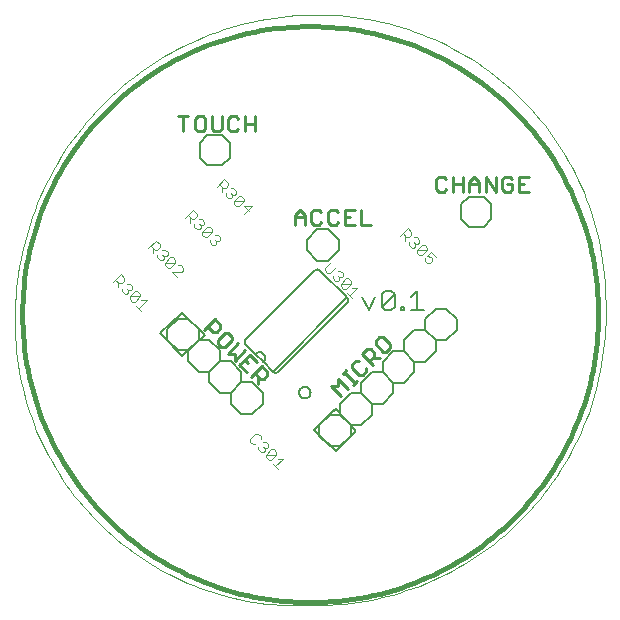
<source format=gto>
G75*
%MOIN*%
%OFA0B0*%
%FSLAX24Y24*%
%IPPOS*%
%LPD*%
%AMOC8*
5,1,8,0,0,1.08239X$1,22.5*
%
%ADD10C,0.0000*%
%ADD11C,0.0160*%
%ADD12C,0.0100*%
%ADD13C,0.0080*%
%ADD14C,0.0040*%
%ADD15C,0.0060*%
D10*
X009172Y000100D02*
X010109Y000100D01*
X009172Y000100D02*
X008944Y000112D01*
X008716Y000130D01*
X008488Y000153D01*
X008261Y000182D01*
X008035Y000216D01*
X007810Y000255D01*
X007586Y000300D01*
X007363Y000351D01*
X007141Y000407D01*
X006921Y000468D01*
X006702Y000534D01*
X006485Y000606D01*
X006270Y000683D01*
X006056Y000765D01*
X005845Y000852D01*
X005636Y000945D01*
X005429Y001042D01*
X005225Y001144D01*
X005023Y001252D01*
X004823Y001364D01*
X004627Y001480D01*
X004433Y001602D01*
X004243Y001728D01*
X004055Y001859D01*
X003871Y001994D01*
X003690Y002134D01*
X003512Y002278D01*
X003338Y002426D01*
X003168Y002579D01*
X003001Y002735D01*
X002838Y002896D01*
X002679Y003060D01*
X002525Y003228D01*
X002374Y003400D01*
X002227Y003576D01*
X002085Y003755D01*
X001947Y003937D01*
X001814Y004123D01*
X001685Y004312D01*
X001560Y004503D01*
X001441Y004698D01*
X001326Y004896D01*
X001216Y005096D01*
X001110Y005299D01*
X001010Y005505D01*
X000915Y005712D01*
X000824Y005922D01*
X000739Y006135D01*
X000659Y006349D01*
X000584Y006565D01*
X000515Y006783D01*
X000450Y007002D01*
X000391Y007223D01*
X000338Y007445D01*
X000290Y007669D01*
X000247Y007893D01*
X000209Y008119D01*
X000177Y008345D01*
X000151Y008572D01*
X000130Y008800D01*
X000115Y009028D01*
X000105Y009256D01*
X000100Y009485D01*
X000101Y009714D01*
X000108Y009942D01*
X010110Y000100D02*
X010348Y000103D01*
X010585Y000112D01*
X010822Y000127D01*
X011059Y000148D01*
X011295Y000174D01*
X011530Y000206D01*
X011765Y000244D01*
X011998Y000288D01*
X012231Y000337D01*
X012462Y000392D01*
X012692Y000453D01*
X012920Y000519D01*
X013146Y000591D01*
X013371Y000669D01*
X013594Y000752D01*
X013814Y000840D01*
X014033Y000934D01*
X014249Y001033D01*
X014462Y001137D01*
X014673Y001247D01*
X014881Y001361D01*
X015086Y001481D01*
X015288Y001606D01*
X015488Y001735D01*
X015683Y001870D01*
X015876Y002009D01*
X016065Y002153D01*
X016251Y002302D01*
X016432Y002455D01*
X016610Y002612D01*
X016784Y002774D01*
X016954Y002940D01*
X017120Y003110D01*
X017282Y003284D01*
X017440Y003462D01*
X017593Y003644D01*
X017741Y003829D01*
X017885Y004018D01*
X018024Y004211D01*
X018159Y004407D01*
X018288Y004606D01*
X018413Y004808D01*
X018533Y005013D01*
X018647Y005221D01*
X018757Y005432D01*
X018861Y005646D01*
X018960Y005862D01*
X019054Y006080D01*
X019142Y006301D01*
X019225Y006523D01*
X019303Y006748D01*
X019375Y006974D01*
X019441Y007202D01*
X019502Y007432D01*
X019557Y007663D01*
X019606Y007896D01*
X019650Y008129D01*
X019688Y008364D01*
X019720Y008599D01*
X019746Y008835D01*
X019767Y009072D01*
X019782Y009309D01*
X019791Y009547D01*
X019794Y009784D01*
X019793Y009784D02*
X019793Y010184D01*
X019790Y010420D01*
X019781Y010655D01*
X019767Y010890D01*
X019747Y011125D01*
X019721Y011359D01*
X019689Y011593D01*
X019652Y011825D01*
X019609Y012057D01*
X019560Y012288D01*
X019505Y012517D01*
X019445Y012745D01*
X019380Y012971D01*
X019308Y013196D01*
X019232Y013418D01*
X019150Y013639D01*
X019062Y013858D01*
X018969Y014075D01*
X018871Y014289D01*
X018768Y014501D01*
X018659Y014710D01*
X018546Y014916D01*
X018427Y015120D01*
X018303Y015321D01*
X018175Y015518D01*
X018042Y015712D01*
X017904Y015903D01*
X017761Y016091D01*
X017614Y016275D01*
X017462Y016455D01*
X017306Y016632D01*
X017145Y016804D01*
X016981Y016973D01*
X016812Y017137D01*
X016640Y017298D01*
X016463Y017454D01*
X016283Y017606D01*
X016099Y017753D01*
X015911Y017896D01*
X015720Y018034D01*
X015526Y018167D01*
X015329Y018295D01*
X015128Y018419D01*
X014924Y018538D01*
X014718Y018651D01*
X014509Y018760D01*
X014297Y018863D01*
X014083Y018961D01*
X013866Y019054D01*
X013647Y019142D01*
X013426Y019224D01*
X013204Y019300D01*
X012979Y019372D01*
X012753Y019437D01*
X012525Y019497D01*
X012296Y019552D01*
X012065Y019601D01*
X011833Y019644D01*
X011601Y019681D01*
X011367Y019713D01*
X011133Y019739D01*
X010898Y019759D01*
X010663Y019773D01*
X010428Y019782D01*
X010192Y019785D01*
X010191Y019785D02*
X009948Y019782D01*
X009704Y019773D01*
X009461Y019759D01*
X009218Y019738D01*
X008976Y019712D01*
X008734Y019679D01*
X008493Y019641D01*
X008254Y019597D01*
X008015Y019548D01*
X007778Y019492D01*
X007542Y019431D01*
X007307Y019364D01*
X007074Y019292D01*
X006844Y019214D01*
X006615Y019130D01*
X006388Y019041D01*
X006163Y018946D01*
X005941Y018846D01*
X005721Y018741D01*
X005504Y018630D01*
X005289Y018514D01*
X005078Y018393D01*
X004869Y018267D01*
X004664Y018136D01*
X004461Y018000D01*
X004262Y017859D01*
X004067Y017713D01*
X003875Y017563D01*
X003687Y017408D01*
X003503Y017249D01*
X003322Y017085D01*
X003146Y016917D01*
X002973Y016745D01*
X002805Y016568D01*
X002641Y016388D01*
X002482Y016203D01*
X002327Y016015D01*
X002177Y015823D01*
X002031Y015628D01*
X001890Y015429D01*
X001754Y015226D01*
X001623Y015021D01*
X001497Y014812D01*
X001376Y014601D01*
X001260Y014386D01*
X001149Y014169D01*
X001044Y013949D01*
X000944Y013727D01*
X000849Y013502D01*
X000760Y013276D01*
X000676Y013047D01*
X000598Y012816D01*
X000526Y012583D01*
X000459Y012349D01*
X000398Y012113D01*
X000342Y011875D01*
X000293Y011637D01*
X000249Y011397D01*
X000211Y011156D01*
X000178Y010914D01*
X000152Y010672D01*
X000131Y010429D01*
X000117Y010186D01*
X000108Y009942D01*
D11*
X000347Y009801D02*
X000350Y010037D01*
X000359Y010272D01*
X000373Y010507D01*
X000393Y010742D01*
X000419Y010976D01*
X000451Y011210D01*
X000488Y011442D01*
X000531Y011674D01*
X000580Y011904D01*
X000635Y012134D01*
X000695Y012361D01*
X000760Y012588D01*
X000832Y012812D01*
X000908Y013035D01*
X000990Y013256D01*
X001078Y013475D01*
X001171Y013691D01*
X001269Y013906D01*
X001372Y014117D01*
X001481Y014326D01*
X001594Y014533D01*
X001713Y014736D01*
X001836Y014937D01*
X001965Y015134D01*
X002098Y015329D01*
X002236Y015520D01*
X002379Y015707D01*
X002526Y015891D01*
X002678Y016071D01*
X002834Y016248D01*
X002994Y016421D01*
X003159Y016589D01*
X003327Y016754D01*
X003500Y016914D01*
X003677Y017070D01*
X003857Y017222D01*
X004041Y017369D01*
X004228Y017512D01*
X004419Y017650D01*
X004614Y017783D01*
X004811Y017912D01*
X005012Y018035D01*
X005215Y018154D01*
X005422Y018267D01*
X005631Y018376D01*
X005842Y018479D01*
X006057Y018577D01*
X006273Y018670D01*
X006492Y018758D01*
X006713Y018840D01*
X006936Y018916D01*
X007160Y018988D01*
X007387Y019053D01*
X007614Y019113D01*
X007844Y019168D01*
X008074Y019217D01*
X008306Y019260D01*
X008538Y019297D01*
X008772Y019329D01*
X009006Y019355D01*
X009241Y019375D01*
X009476Y019389D01*
X009711Y019398D01*
X009947Y019401D01*
X010183Y019398D01*
X010418Y019389D01*
X010653Y019375D01*
X010888Y019355D01*
X011122Y019329D01*
X011356Y019297D01*
X011588Y019260D01*
X011820Y019217D01*
X012050Y019168D01*
X012280Y019113D01*
X012507Y019053D01*
X012734Y018988D01*
X012958Y018916D01*
X013181Y018840D01*
X013402Y018758D01*
X013621Y018670D01*
X013837Y018577D01*
X014052Y018479D01*
X014263Y018376D01*
X014472Y018267D01*
X014679Y018154D01*
X014882Y018035D01*
X015083Y017912D01*
X015280Y017783D01*
X015475Y017650D01*
X015666Y017512D01*
X015853Y017369D01*
X016037Y017222D01*
X016217Y017070D01*
X016394Y016914D01*
X016567Y016754D01*
X016735Y016589D01*
X016900Y016421D01*
X017060Y016248D01*
X017216Y016071D01*
X017368Y015891D01*
X017515Y015707D01*
X017658Y015520D01*
X017796Y015329D01*
X017929Y015134D01*
X018058Y014937D01*
X018181Y014736D01*
X018300Y014533D01*
X018413Y014326D01*
X018522Y014117D01*
X018625Y013906D01*
X018723Y013691D01*
X018816Y013475D01*
X018904Y013256D01*
X018986Y013035D01*
X019062Y012812D01*
X019134Y012588D01*
X019199Y012361D01*
X019259Y012134D01*
X019314Y011904D01*
X019363Y011674D01*
X019406Y011442D01*
X019443Y011210D01*
X019475Y010976D01*
X019501Y010742D01*
X019521Y010507D01*
X019535Y010272D01*
X019544Y010037D01*
X019547Y009801D01*
X019544Y009565D01*
X019535Y009330D01*
X019521Y009095D01*
X019501Y008860D01*
X019475Y008626D01*
X019443Y008392D01*
X019406Y008160D01*
X019363Y007928D01*
X019314Y007698D01*
X019259Y007468D01*
X019199Y007241D01*
X019134Y007014D01*
X019062Y006790D01*
X018986Y006567D01*
X018904Y006346D01*
X018816Y006127D01*
X018723Y005911D01*
X018625Y005696D01*
X018522Y005485D01*
X018413Y005276D01*
X018300Y005069D01*
X018181Y004866D01*
X018058Y004665D01*
X017929Y004468D01*
X017796Y004273D01*
X017658Y004082D01*
X017515Y003895D01*
X017368Y003711D01*
X017216Y003531D01*
X017060Y003354D01*
X016900Y003181D01*
X016735Y003013D01*
X016567Y002848D01*
X016394Y002688D01*
X016217Y002532D01*
X016037Y002380D01*
X015853Y002233D01*
X015666Y002090D01*
X015475Y001952D01*
X015280Y001819D01*
X015083Y001690D01*
X014882Y001567D01*
X014679Y001448D01*
X014472Y001335D01*
X014263Y001226D01*
X014052Y001123D01*
X013837Y001025D01*
X013621Y000932D01*
X013402Y000844D01*
X013181Y000762D01*
X012958Y000686D01*
X012734Y000614D01*
X012507Y000549D01*
X012280Y000489D01*
X012050Y000434D01*
X011820Y000385D01*
X011588Y000342D01*
X011356Y000305D01*
X011122Y000273D01*
X010888Y000247D01*
X010653Y000227D01*
X010418Y000213D01*
X010183Y000204D01*
X009947Y000201D01*
X009711Y000204D01*
X009476Y000213D01*
X009241Y000227D01*
X009006Y000247D01*
X008772Y000273D01*
X008538Y000305D01*
X008306Y000342D01*
X008074Y000385D01*
X007844Y000434D01*
X007614Y000489D01*
X007387Y000549D01*
X007160Y000614D01*
X006936Y000686D01*
X006713Y000762D01*
X006492Y000844D01*
X006273Y000932D01*
X006057Y001025D01*
X005842Y001123D01*
X005631Y001226D01*
X005422Y001335D01*
X005215Y001448D01*
X005012Y001567D01*
X004811Y001690D01*
X004614Y001819D01*
X004419Y001952D01*
X004228Y002090D01*
X004041Y002233D01*
X003857Y002380D01*
X003677Y002532D01*
X003500Y002688D01*
X003327Y002848D01*
X003159Y003013D01*
X002994Y003181D01*
X002834Y003354D01*
X002678Y003531D01*
X002526Y003711D01*
X002379Y003895D01*
X002236Y004082D01*
X002098Y004273D01*
X001965Y004468D01*
X001836Y004665D01*
X001713Y004866D01*
X001594Y005069D01*
X001481Y005276D01*
X001372Y005485D01*
X001269Y005696D01*
X001171Y005911D01*
X001078Y006127D01*
X000990Y006346D01*
X000908Y006567D01*
X000832Y006790D01*
X000760Y007014D01*
X000695Y007241D01*
X000635Y007468D01*
X000580Y007698D01*
X000531Y007928D01*
X000488Y008160D01*
X000451Y008392D01*
X000419Y008626D01*
X000393Y008860D01*
X000373Y009095D01*
X000359Y009330D01*
X000350Y009565D01*
X000347Y009801D01*
D12*
X005723Y015901D02*
X005723Y016401D01*
X005557Y016401D02*
X005890Y016401D01*
X006109Y016318D02*
X006109Y015984D01*
X006192Y015901D01*
X006359Y015901D01*
X006443Y015984D01*
X006443Y016318D01*
X006359Y016401D01*
X006192Y016401D01*
X006109Y016318D01*
X006662Y016401D02*
X006662Y015984D01*
X006745Y015901D01*
X006912Y015901D01*
X006995Y015984D01*
X006995Y016401D01*
X007214Y016318D02*
X007214Y015984D01*
X007297Y015901D01*
X007464Y015901D01*
X007548Y015984D01*
X007766Y015901D02*
X007766Y016401D01*
X007766Y016151D02*
X008100Y016151D01*
X008100Y016401D02*
X008100Y015901D01*
X007548Y016318D02*
X007464Y016401D01*
X007297Y016401D01*
X007214Y016318D01*
X009603Y013281D02*
X009770Y013115D01*
X009770Y012781D01*
X009989Y012864D02*
X010072Y012781D01*
X010239Y012781D01*
X010323Y012864D01*
X010542Y012864D02*
X010625Y012781D01*
X010792Y012781D01*
X010875Y012864D01*
X011094Y012781D02*
X011428Y012781D01*
X011646Y012781D02*
X011980Y012781D01*
X011646Y012781D02*
X011646Y013281D01*
X011428Y013281D02*
X011094Y013281D01*
X011094Y012781D01*
X011094Y013031D02*
X011261Y013031D01*
X010875Y013198D02*
X010792Y013281D01*
X010625Y013281D01*
X010542Y013198D01*
X010542Y012864D01*
X010323Y013198D02*
X010239Y013281D01*
X010072Y013281D01*
X009989Y013198D01*
X009989Y012864D01*
X009770Y013031D02*
X009437Y013031D01*
X009437Y013115D02*
X009603Y013281D01*
X009437Y013115D02*
X009437Y012781D01*
X006771Y009625D02*
X006948Y009448D01*
X006948Y009330D01*
X006830Y009212D01*
X006712Y009212D01*
X006535Y009389D01*
X006417Y009271D02*
X006771Y009625D01*
X007103Y009175D02*
X006867Y008939D01*
X006867Y008821D01*
X006985Y008703D01*
X007103Y008703D01*
X007339Y008939D01*
X007339Y009057D01*
X007221Y009175D01*
X007103Y009175D01*
X007552Y008844D02*
X007199Y008490D01*
X007435Y008490D01*
X007435Y008254D01*
X007788Y008608D01*
X007943Y008453D02*
X007589Y008099D01*
X007825Y007863D01*
X007980Y007708D02*
X008334Y008062D01*
X008511Y007885D01*
X008511Y007767D01*
X008393Y007649D01*
X008275Y007649D01*
X008098Y007826D01*
X008216Y007708D02*
X008216Y007472D01*
X008179Y008217D02*
X007943Y008453D01*
X007766Y008276D02*
X007884Y008158D01*
X010634Y007418D02*
X010870Y007418D01*
X010870Y007654D01*
X011224Y007300D01*
X011378Y007455D02*
X011496Y007573D01*
X011437Y007514D02*
X011084Y007868D01*
X011025Y007809D02*
X011143Y007927D01*
X011344Y008010D02*
X011580Y007774D01*
X011698Y007774D01*
X011816Y007892D01*
X011816Y008010D01*
X012030Y008106D02*
X011676Y008460D01*
X011853Y008637D01*
X011971Y008637D01*
X012089Y008519D01*
X012089Y008401D01*
X011912Y008224D01*
X012030Y008342D02*
X012265Y008342D01*
X012361Y008556D02*
X012479Y008556D01*
X012597Y008674D01*
X012597Y008792D01*
X012361Y009028D01*
X012243Y009028D01*
X012125Y008910D01*
X012125Y008792D01*
X012361Y008556D01*
X011580Y008246D02*
X011462Y008246D01*
X011344Y008128D01*
X011344Y008010D01*
X010634Y007418D02*
X010988Y007064D01*
X014230Y013881D02*
X014397Y013881D01*
X014480Y013964D01*
X014699Y013881D02*
X014699Y014381D01*
X014480Y014298D02*
X014397Y014381D01*
X014230Y014381D01*
X014147Y014298D01*
X014147Y013964D01*
X014230Y013881D01*
X014699Y014131D02*
X015033Y014131D01*
X015252Y014131D02*
X015585Y014131D01*
X015585Y014215D02*
X015585Y013881D01*
X015804Y013881D02*
X015804Y014381D01*
X016138Y013881D01*
X016138Y014381D01*
X016356Y014298D02*
X016356Y013964D01*
X016440Y013881D01*
X016607Y013881D01*
X016690Y013964D01*
X016690Y014131D01*
X016523Y014131D01*
X016356Y014298D02*
X016440Y014381D01*
X016607Y014381D01*
X016690Y014298D01*
X016909Y014381D02*
X016909Y013881D01*
X017243Y013881D01*
X017076Y014131D02*
X016909Y014131D01*
X016909Y014381D02*
X017243Y014381D01*
X015585Y014215D02*
X015418Y014381D01*
X015252Y014215D01*
X015252Y013881D01*
X015033Y013881D02*
X015033Y014381D01*
D13*
X009575Y007191D02*
X009577Y007218D01*
X009583Y007245D01*
X009592Y007271D01*
X009605Y007295D01*
X009622Y007317D01*
X009641Y007336D01*
X009663Y007353D01*
X009687Y007366D01*
X009713Y007375D01*
X009740Y007381D01*
X009767Y007383D01*
X009794Y007381D01*
X009821Y007375D01*
X009847Y007366D01*
X009871Y007353D01*
X009893Y007336D01*
X009912Y007317D01*
X009929Y007295D01*
X009942Y007271D01*
X009951Y007245D01*
X009957Y007218D01*
X009959Y007191D01*
X009957Y007164D01*
X009951Y007137D01*
X009942Y007111D01*
X009929Y007087D01*
X009912Y007065D01*
X009893Y007046D01*
X009871Y007029D01*
X009847Y007016D01*
X009821Y007007D01*
X009794Y007001D01*
X009767Y006999D01*
X009740Y007001D01*
X009713Y007007D01*
X009687Y007016D01*
X009663Y007029D01*
X009641Y007046D01*
X009622Y007065D01*
X009605Y007087D01*
X009592Y007111D01*
X009583Y007137D01*
X009577Y007164D01*
X009575Y007191D01*
X010607Y006461D02*
X010797Y006651D01*
X011457Y005941D01*
X011477Y005921D02*
X010797Y005231D01*
X010077Y005931D01*
X010777Y006651D01*
X006447Y009121D02*
X005687Y008421D01*
X004957Y009171D01*
X005667Y009851D01*
X005687Y009851D02*
X006447Y009121D01*
D14*
X005501Y011049D02*
X005332Y011219D01*
X005671Y011219D01*
X005714Y011261D01*
X005714Y011346D01*
X005629Y011431D01*
X005544Y011431D01*
X005453Y011521D02*
X005114Y011521D01*
X005114Y011437D01*
X005199Y011352D01*
X005283Y011352D01*
X005453Y011521D01*
X005453Y011606D01*
X005368Y011691D01*
X005283Y011691D01*
X005114Y011521D01*
X005023Y011612D02*
X004938Y011612D01*
X004853Y011697D01*
X004853Y011782D01*
X004720Y011830D02*
X004720Y012000D01*
X004763Y011957D02*
X004635Y012085D01*
X004550Y012000D02*
X004805Y012255D01*
X004932Y012127D01*
X004932Y012042D01*
X004848Y011957D01*
X004763Y011957D01*
X005023Y011952D02*
X005108Y011952D01*
X005193Y011867D01*
X005193Y011782D01*
X005150Y011739D01*
X005065Y011739D01*
X005065Y011655D01*
X005023Y011612D01*
X005065Y011739D02*
X005023Y011782D01*
X006083Y012717D02*
X006083Y012802D01*
X006083Y012717D02*
X006168Y012632D01*
X006253Y012632D01*
X006295Y012675D01*
X006295Y012759D01*
X006253Y012802D01*
X006295Y012759D02*
X006380Y012759D01*
X006423Y012802D01*
X006423Y012887D01*
X006338Y012972D01*
X006253Y012972D01*
X006162Y013062D02*
X006162Y013147D01*
X006035Y013275D01*
X005780Y013020D01*
X005865Y013105D02*
X005993Y012977D01*
X006078Y012977D01*
X006162Y013062D01*
X005950Y013020D02*
X005950Y012850D01*
X006344Y012541D02*
X006344Y012457D01*
X006429Y012372D01*
X006513Y012372D01*
X006683Y012541D01*
X006344Y012541D01*
X006513Y012711D01*
X006598Y012711D01*
X006683Y012626D01*
X006683Y012541D01*
X006774Y012451D02*
X006859Y012451D01*
X006944Y012366D01*
X006944Y012281D01*
X006901Y012239D01*
X006816Y012239D01*
X006816Y012154D01*
X006774Y012111D01*
X006689Y012111D01*
X006604Y012196D01*
X006604Y012281D01*
X006774Y012281D02*
X006816Y012239D01*
X007739Y013141D02*
X007994Y013396D01*
X007739Y013396D01*
X007909Y013226D01*
X007733Y013571D02*
X007563Y013402D01*
X007479Y013402D01*
X007394Y013487D01*
X007394Y013571D01*
X007733Y013571D01*
X007733Y013656D01*
X007648Y013741D01*
X007563Y013741D01*
X007394Y013571D01*
X007303Y013662D02*
X007218Y013662D01*
X007133Y013747D01*
X007133Y013832D01*
X007000Y013880D02*
X007000Y014050D01*
X007043Y014007D02*
X006915Y014135D01*
X006830Y014050D02*
X007085Y014305D01*
X007212Y014177D01*
X007212Y014092D01*
X007128Y014007D01*
X007043Y014007D01*
X007303Y014002D02*
X007388Y014002D01*
X007473Y013917D01*
X007473Y013832D01*
X007430Y013789D01*
X007345Y013789D01*
X007345Y013705D01*
X007303Y013662D01*
X007345Y013789D02*
X007303Y013832D01*
X010437Y011343D02*
X010437Y011259D01*
X010522Y011174D01*
X010607Y011174D01*
X010820Y011386D01*
X010868Y011253D02*
X010953Y011253D01*
X011037Y011168D01*
X011037Y011083D01*
X010995Y011041D01*
X010910Y011041D01*
X010910Y010956D01*
X010868Y010913D01*
X010783Y010913D01*
X010698Y010998D01*
X010698Y011083D01*
X010868Y011083D02*
X010910Y011041D01*
X010958Y010823D02*
X011128Y010992D01*
X011213Y010992D01*
X011298Y010908D01*
X011298Y010823D01*
X010958Y010823D01*
X010958Y010738D01*
X011043Y010653D01*
X011128Y010653D01*
X011298Y010823D01*
X011346Y010690D02*
X011516Y010690D01*
X011261Y010435D01*
X011176Y010520D02*
X011346Y010350D01*
X010437Y011343D02*
X010650Y011556D01*
X012940Y012410D02*
X013195Y012665D01*
X013322Y012537D01*
X013322Y012452D01*
X013238Y012367D01*
X013153Y012367D01*
X013025Y012495D01*
X013110Y012410D02*
X013110Y012240D01*
X013243Y012192D02*
X013243Y012107D01*
X013328Y012022D01*
X013413Y012022D01*
X013455Y012065D01*
X013455Y012149D01*
X013413Y012192D01*
X013455Y012149D02*
X013540Y012149D01*
X013583Y012192D01*
X013583Y012277D01*
X013498Y012362D01*
X013413Y012362D01*
X013673Y012101D02*
X013504Y011931D01*
X013504Y011847D01*
X013589Y011762D01*
X013673Y011762D01*
X013843Y011931D01*
X013504Y011931D01*
X013673Y012101D02*
X013758Y012101D01*
X013843Y012016D01*
X013843Y011931D01*
X013976Y011883D02*
X013849Y011756D01*
X013976Y011714D01*
X014019Y011671D01*
X014019Y011586D01*
X013934Y011501D01*
X013849Y011501D01*
X013764Y011586D01*
X013764Y011671D01*
X013976Y011883D02*
X014146Y011714D01*
X008208Y005812D02*
X008292Y005727D01*
X008292Y005642D01*
X008383Y005552D02*
X008468Y005552D01*
X008553Y005467D01*
X008553Y005382D01*
X008510Y005339D01*
X008425Y005339D01*
X008425Y005255D01*
X008383Y005212D01*
X008298Y005212D01*
X008213Y005297D01*
X008213Y005382D01*
X008123Y005473D02*
X008038Y005473D01*
X007953Y005557D01*
X007953Y005642D01*
X008123Y005812D01*
X008208Y005812D01*
X008383Y005382D02*
X008425Y005339D01*
X008474Y005121D02*
X008813Y005121D01*
X008643Y004952D01*
X008559Y004952D01*
X008474Y005037D01*
X008474Y005121D01*
X008643Y005291D01*
X008728Y005291D01*
X008813Y005206D01*
X008813Y005121D01*
X008861Y004988D02*
X009031Y004988D01*
X008777Y004734D01*
X008861Y004649D02*
X008692Y004819D01*
X004321Y009919D02*
X004152Y010089D01*
X004237Y010004D02*
X004491Y010258D01*
X004321Y010258D01*
X004273Y010391D02*
X003934Y010391D01*
X003934Y010307D01*
X004019Y010222D01*
X004103Y010222D01*
X004273Y010391D01*
X004273Y010476D01*
X004188Y010561D01*
X004103Y010561D01*
X003934Y010391D01*
X003843Y010482D02*
X003758Y010482D01*
X003673Y010567D01*
X003673Y010652D01*
X003540Y010700D02*
X003540Y010870D01*
X003583Y010827D02*
X003455Y010955D01*
X003370Y010870D02*
X003625Y011125D01*
X003752Y010997D01*
X003752Y010912D01*
X003668Y010827D01*
X003583Y010827D01*
X003843Y010822D02*
X003928Y010822D01*
X004013Y010737D01*
X004013Y010652D01*
X003970Y010609D01*
X003885Y010609D01*
X003885Y010525D01*
X003843Y010482D01*
X003885Y010609D02*
X003843Y010652D01*
D15*
X006590Y007531D02*
X006943Y007177D01*
X007297Y007177D01*
X007297Y006824D01*
X007650Y006470D01*
X008004Y006470D01*
X008358Y006824D01*
X008358Y007177D01*
X008004Y007531D01*
X007650Y007531D01*
X007297Y007177D01*
X007650Y007531D02*
X007650Y007884D01*
X007297Y008238D01*
X006943Y008238D01*
X006590Y007884D01*
X006236Y007884D01*
X005883Y008238D01*
X005883Y008591D01*
X005529Y008591D01*
X005176Y008945D01*
X005176Y009298D01*
X005529Y009652D01*
X005883Y009652D01*
X006236Y009298D01*
X006236Y008945D01*
X006590Y008945D01*
X006943Y008591D01*
X006943Y008238D01*
X006590Y007884D02*
X006590Y007531D01*
X005883Y008591D02*
X006236Y008945D01*
X007811Y008984D02*
X010073Y011247D01*
X010074Y011247D02*
X010092Y011262D01*
X010112Y011275D01*
X010134Y011284D01*
X010157Y011289D01*
X010180Y011291D01*
X010203Y011289D01*
X010226Y011284D01*
X010248Y011275D01*
X010268Y011262D01*
X010286Y011247D01*
X011162Y010370D01*
X011170Y010363D02*
X008695Y007888D01*
X008688Y007895D02*
X008391Y008192D01*
X008108Y008475D01*
X007811Y008772D01*
X007796Y008790D01*
X007783Y008810D01*
X007774Y008832D01*
X007769Y008855D01*
X007767Y008878D01*
X007769Y008901D01*
X007774Y008924D01*
X007783Y008946D01*
X007796Y008966D01*
X007811Y008984D01*
X008108Y008475D02*
X008128Y008493D01*
X008151Y008508D01*
X008176Y008520D01*
X008202Y008528D01*
X008229Y008533D01*
X008256Y008534D01*
X008283Y008531D01*
X008310Y008525D01*
X008335Y008515D01*
X008359Y008501D01*
X008380Y008485D01*
X008400Y008465D01*
X008416Y008444D01*
X008430Y008420D01*
X008440Y008395D01*
X008446Y008368D01*
X008449Y008341D01*
X008448Y008314D01*
X008443Y008287D01*
X008435Y008261D01*
X008423Y008236D01*
X008408Y008213D01*
X008390Y008193D01*
X008688Y007895D02*
X008706Y007880D01*
X008726Y007867D01*
X008748Y007858D01*
X008771Y007853D01*
X008794Y007851D01*
X008817Y007853D01*
X008840Y007858D01*
X008862Y007867D01*
X008882Y007880D01*
X008900Y007895D01*
X011162Y010158D01*
X011177Y010176D01*
X011190Y010196D01*
X011199Y010218D01*
X011204Y010241D01*
X011206Y010264D01*
X011204Y010287D01*
X011199Y010310D01*
X011190Y010332D01*
X011177Y010352D01*
X011162Y010370D01*
X011687Y010358D02*
X011900Y009931D01*
X012114Y010358D01*
X012331Y010465D02*
X012438Y010572D01*
X012651Y010572D01*
X012758Y010465D01*
X012331Y010038D01*
X012438Y009931D01*
X012651Y009931D01*
X012758Y010038D01*
X012758Y010465D01*
X012976Y010038D02*
X013082Y010038D01*
X013082Y009931D01*
X012976Y009931D01*
X012976Y010038D01*
X013298Y009931D02*
X013725Y009931D01*
X013511Y009931D02*
X013511Y010572D01*
X013298Y010358D01*
X013774Y009636D02*
X013774Y009282D01*
X014128Y008928D01*
X014481Y008928D01*
X014835Y009282D01*
X014835Y009636D01*
X014481Y009989D01*
X014128Y009989D01*
X013774Y009636D01*
X013774Y009282D02*
X013420Y009282D01*
X013067Y008928D01*
X013067Y008575D01*
X013420Y008221D01*
X013774Y008221D01*
X014128Y008575D01*
X014128Y008928D01*
X013420Y008221D02*
X013420Y007868D01*
X013067Y007514D01*
X012713Y007514D01*
X012713Y007161D01*
X012360Y006807D01*
X012006Y006807D01*
X012006Y006454D01*
X011653Y006100D01*
X011299Y006100D01*
X011299Y005746D01*
X010946Y005393D01*
X010592Y005393D01*
X010238Y005746D01*
X010238Y006100D01*
X010592Y006454D01*
X010946Y006454D01*
X010946Y006807D01*
X011299Y007161D01*
X011653Y007161D01*
X012006Y006807D01*
X011653Y007161D02*
X011653Y007514D01*
X012006Y007868D01*
X012360Y007868D01*
X012360Y008221D01*
X012713Y008575D01*
X013067Y008575D01*
X012360Y007868D02*
X012713Y007514D01*
X011299Y006100D02*
X010946Y006454D01*
X012331Y010038D02*
X012331Y010465D01*
X010897Y011934D02*
X010897Y012288D01*
X010543Y012641D01*
X010190Y012641D01*
X009836Y012288D01*
X009836Y011934D01*
X010190Y011581D01*
X010543Y011581D01*
X010897Y011934D01*
X007267Y015021D02*
X007267Y015521D01*
X007017Y015771D01*
X006517Y015771D01*
X006267Y015521D01*
X006267Y015021D01*
X006517Y014771D01*
X007017Y014771D01*
X007267Y015021D01*
X014987Y013471D02*
X014987Y012971D01*
X015237Y012721D01*
X015737Y012721D01*
X015987Y012971D01*
X015987Y013471D01*
X015737Y013721D01*
X015237Y013721D01*
X014987Y013471D01*
M02*

</source>
